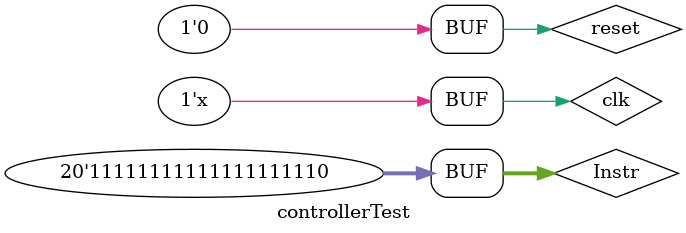
<source format=sv>
/*
	Instr[31:28] -> Condition (Cond)
	Instr[27:26] -> Operation Code (Op)
	Instr[25:20] -> Function (Funct)
	Instr[15:12] -> Rd
	
	
	RegSrc[1]->  Selector del MUX de RA2| RegSrc[0]-> Selector del MUX de RA1
	
*/
module controllerTest();

	logic clk,reset;
	logic [31:12] Instr;
	logic [3:0] ALUFlags; //NZCV
						
	logic [1:0] RegSrc; 
	logic RegWrite;
	logic [1:0] ImmSrc;
	logic ALUSrc;
	logic [1:0] ALUControl;
	logic MemWrite, MemtoReg;
	logic PCSrc;
	
	controller ctllr(clk, reset, Instr, ALUFlags, 
						  RegSrc, RegWrite, ImmSrc, ALUSrc, ALUControl, MemWrite, MemtoReg, PCSrc);


	
	//Creacion de un reloj
	always begin
		 clk=~clk; #5;
	end
		
	
	initial begin
	
		reset = 1; #1; reset = 0; #4; //Se resetea los registros que permiten o no la actualizacion de los flags.
		clk = 0; #5;
	// Ejemplo Fuerza Bruta
		Instr = 20'he3a00000; #10; // mov r0, #0
		Instr = 20'he3a01000; #10; // mov r1, #0
		Instr = 20'he3a02000; #10; // mov r2, #0
		Instr = 20'he59f3214; #10; // ldr r3, lorem
		Instr = 20'he59f4214; #10; // ldr r4, cadena
		Instr = 20'he7d45000; #10; // ldrb r5, [r4,r0] 
		Instr = 20'he3550000; #10; // CMP r5, #00000000   		
		Instr = 20'h0a00000e; #10; // beq fin		   
		Instr = 20'he7d36001; #10; // ldrb r6, [r3,r1] 
		Instr = 20'he2800001; #10; // add r0, r0, #1		
		Instr = 20'he1560005; #10; // CMP r6, r5
		Instr = 20'h1a000005; #10; // bne verifica
		Instr = 20'he3510004; #10; // CMP r1, #4
		Instr = 20'h1a000006; #10; // bne aumenta
		Instr = 20'he2822001; #10; // add r2, r2, #1
		Instr = 20'he0400001; #10; // sub r0, r0, r1
		Instr = 20'he3a01000; #10; // mov r1, #0
		Instr = 20'heafffff2; #10; // b busqueda
		Instr = 20'he0400001; #10; // sub r0, r0, r1
		Instr = 20'he3a01000; #10; // mov r1, #0
		Instr = 20'heaffffef; #10; // b busqueda
		Instr = 20'he2811001; #10; // add r1, r1, #1
		Instr = 20'heaffffed; #10; // b busqueda
		Instr = 20'heafffffe; #10; // b fin
		#50;
	// Ejemplo KMP
	   Instr = 20'he3a00000; #10; // mov r0, #0
		Instr = 20'he3a01000; #10; // mov r1, #0
		Instr = 20'he3a02000; #10; // mov r2, #0
		Instr = 20'he59f3214; #10; // ldr r3, lorem
		Instr = 20'he59f4214; #10; // ldr r4, cadena
		Instr = 20'he3550000; #10;	//mov r1, #0
		Instr = 20'hea000001; #10; // b busqueda 
		Instr = 20'he2811001; #10; // add r1, r1, #1
		Instr = 20'hea000001; #10; // b busqueda 
		Instr = 20'he3a01000; #10; // ldrb r5, [r4,r0] 
		Instr = 20'he3550000; #10; // CMP r5, #00000000   		
		Instr = 20'h0a00000e; #10; // beq fin		   
		Instr = 20'he7d36001; #10; // ldrb r6, [r3,r1] 
		Instr = 20'he2800001; #10; // add r0, r0, #1		
		Instr = 20'he1560005; #10; // CMP r6, r5
		Instr = 20'h1a000005; #10; // bne verifica
		Instr = 20'he3510004; #10; // CMP r1, #4
		Instr = 20'h1a000006; #10; // bne aumenta
		Instr = 20'he2822001; #10; // add r2, r2, #1
		Instr = 20'he3a01000; #10; // mov r1, #0
		Instr = 20'heafffff2; #10; // b busqueda
		Instr = 20'heafffffe; #10; // b fin
	end
	
						  
endmodule
</source>
